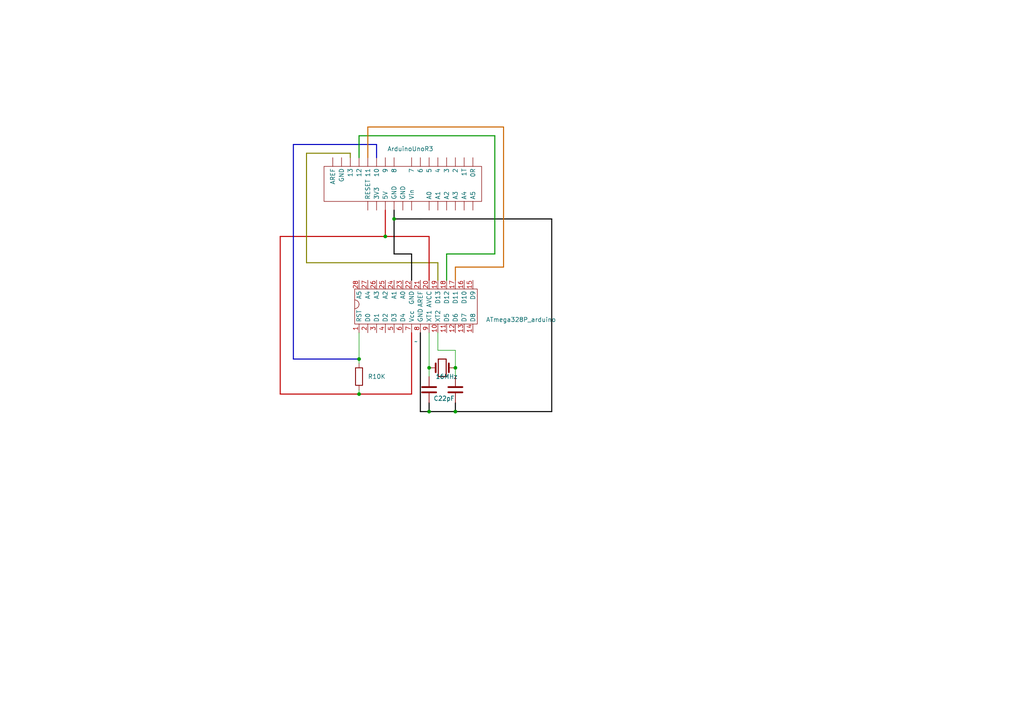
<source format=kicad_sch>
(kicad_sch (version 20230121) (generator eeschema)
  (paper "A4")
  (lib_symbols
    (symbol "Device:C" (pin_numbers hide) (pin_names (offset 0.254))
      (property "Reference" "C" (at 0.635 2.54 0))
      (property "Value" "C" (at 0.635 -2.54 0))
      (symbol "C_0_1"
        (polyline (pts (xy -2.032 -0.762) (xy 2.032 -0.762)) (stroke (width 0.508)))
        (polyline (pts (xy -2.032 0.762) (xy 2.032 0.762)) (stroke (width 0.508)))
      )
      (symbol "C_1_1"
        (pin passive line (at 0 3.81 270) (length 2.794) (name "~") (number "1"))
        (pin passive line (at 0 -3.81 90) (length 2.794) (name "~") (number "2"))
      )
    )
    (symbol "Device:Crystal" (pin_numbers hide) (pin_names (offset 1.016) hide)
      (property "Reference" "Y" (at 0 3.81 0))
      (property "Value" "Crystal" (at 0 -3.81 0))
      (symbol "Crystal_0_1"
        (rectangle (start -1.143 2.54) (end 1.143 -2.54) (stroke (width 0.3048)))
        (polyline (pts (xy -2.54 0) (xy -1.905 0)))
        (polyline (pts (xy -1.905 -1.27) (xy -1.905 1.27)) (stroke (width 0.508)))
        (polyline (pts (xy 1.905 -1.27) (xy 1.905 1.27)) (stroke (width 0.508)))
        (polyline (pts (xy 2.54 0) (xy 1.905 0)))
      )
      (symbol "Crystal_1_1"
        (pin passive line (at -3.81 0 0) (length 1.27) (name "1") (number "1"))
        (pin passive line (at 3.81 0 180) (length 1.27) (name "2") (number "2"))
      )
    )
    (symbol "Device:R" (pin_numbers hide) (pin_names (offset 0))
      (property "Reference" "R" (at 2.032 0 90))
      (property "Value" "R" (at 0 0 90))
      (symbol "R_0_1"
        (rectangle (start -1.016 -2.54) (end 1.016 2.54) (stroke (width 0.254)))
      )
      (symbol "R_1_1"
        (pin passive line (at 0 3.81 270) (length 1.27) (name "~") (number "1"))
        (pin passive line (at 0 -3.81 90) (length 1.27) (name "~") (number "2"))
      )
    )
    (symbol "Ore:ATmega328U_Duino"
      (property "Reference" "ATmega328P_arduino" (at 0 0 0))
      (symbol "ATmega328U_Duino_0_1"
        (arc (start -17.78 9.525) (mid -16.882 9.897) (end -16.51 10.795))
        (rectangle (start -17.78 15.24) (end 17.78 5.08))
        (arc (start -16.51 10.795) (mid -16.882 11.693) (end -17.78 12.065))
      )
      (symbol "ATmega328U_Duino_1_1"
        (pin input line (at -16.51 2.54 90) (length 2.54) (name "RST") (number "1"))
        (pin input line (at 6.35 2.54 90) (length 2.54) (name "XT2") (number "10"))
        (pin output line (at 8.89 2.54 90) (length 2.54) (name "D5") (number "11"))
        (pin output line (at 11.43 2.54 90) (length 2.54) (name "D6") (number "12"))
        (pin output line (at 13.97 2.54 90) (length 2.54) (name "D7") (number "13"))
        (pin output line (at 16.51 2.54 90) (length 2.54) (name "D8") (number "14"))
        (pin output line (at 16.51 17.78 270) (length 2.54) (name "D9") (number "15"))
        (pin output line (at 13.97 17.78 270) (length 2.54) (name "D10") (number "16"))
        (pin unspecified line (at 11.43 17.78 270) (length 2.54) (name "D11") (number "17"))
        (pin unspecified line (at 8.89 17.78 270) (length 2.54) (name "D12") (number "18"))
        (pin unspecified line (at 6.35 17.78 270) (length 2.54) (name "D13") (number "19"))
        (pin output line (at -13.97 2.54 90) (length 2.54) (name "D0") (number "2"))
        (pin unspecified line (at 3.81 17.78 270) (length 2.54) (name "AVCC") (number "20"))
        (pin unspecified line (at 1.27 17.78 270) (length 2.54) (name "AREF") (number "21"))
        (pin unspecified line (at -1.27 17.78 270) (length 2.54) (name "GND") (number "22"))
        (pin unspecified line (at -3.81 17.78 270) (length 2.54) (name "A0") (number "23"))
        (pin unspecified line (at -6.35 17.78 270) (length 2.54) (name "A1") (number "24"))
        (pin unspecified line (at -8.89 17.78 270) (length 2.54) (name "A2") (number "25"))
        (pin unspecified line (at -11.43 17.78 270) (length 2.54) (name "A3") (number "26"))
        (pin unspecified line (at -13.97 17.78 270) (length 2.54) (name "A4") (number "27"))
        (pin unspecified line (at -16.51 17.78 270) (length 2.54) (name "A5") (number "28"))
        (pin output line (at -11.43 2.54 90) (length 2.54) (name "D1") (number "3"))
        (pin output line (at -8.89 2.54 90) (length 2.54) (name "D2") (number "4"))
        (pin output line (at -6.35 2.54 90) (length 2.54) (name "D3") (number "5"))
        (pin output line (at -3.81 2.54 90) (length 2.54) (name "D4") (number "6"))
        (pin power_in line (at -1.27 2.54 90) (length 2.54) (name "Vcc") (number "7"))
        (pin power_out line (at 1.27 2.54 90) (length 2.54) (name "GND") (number "8"))
        (pin input line (at 3.81 2.54 90) (length 2.54) (name "XT1") (number "9"))
      )
    )
    (symbol "Ore:ArduinoUnoR3"
      (property "Reference" "ArduinoUnoR3" (at 0 0 0))
      (symbol "ArduinoUnoR3_0_1"
        (rectangle (start -27.94 15.24) (end 17.78 5.08))
      )
      (symbol "ArduinoUnoR3_1_1"
        (pin unspecified line (at 15.24 17.78 270) (length 2.54) (name "0R") (number ""))
        (pin unspecified line (at -12.7 17.78 270) (length 2.54) (name "10") (number ""))
        (pin unspecified line (at -15.24 17.78 270) (length 2.54) (name "11") (number ""))
        (pin unspecified line (at -17.78 17.78 270) (length 2.54) (name "12") (number ""))
        (pin unspecified line (at -20.32 17.78 270) (length 2.54) (name "13") (number ""))
        (pin unspecified line (at 12.7 17.78 270) (length 2.54) (name "1T") (number ""))
        (pin unspecified line (at 10.16 17.78 270) (length 2.54) (name "2") (number ""))
        (pin unspecified line (at 7.62 17.78 270) (length 2.54) (name "3") (number ""))
        (pin unspecified line (at -12.7 2.54 90) (length 2.54) (name "3V3") (number ""))
        (pin unspecified line (at 5.08 17.78 270) (length 2.54) (name "4") (number ""))
        (pin unspecified line (at 2.54 17.78 270) (length 2.54) (name "5") (number ""))
        (pin unspecified line (at -10.16 2.54 90) (length 2.54) (name "5V") (number ""))
        (pin unspecified line (at 0 17.78 270) (length 2.54) (name "6") (number ""))
        (pin unspecified line (at -2.54 17.78 270) (length 2.54) (name "7") (number ""))
        (pin unspecified line (at -7.62 17.78 270) (length 2.54) (name "8") (number ""))
        (pin unspecified line (at -10.16 17.78 270) (length 2.54) (name "9") (number ""))
        (pin unspecified line (at 2.54 2.54 90) (length 2.54) (name "A0") (number ""))
        (pin unspecified line (at 5.08 2.54 90) (length 2.54) (name "A1") (number ""))
        (pin unspecified line (at 7.62 2.54 90) (length 2.54) (name "A2") (number ""))
        (pin unspecified line (at 10.16 2.54 90) (length 2.54) (name "A3") (number ""))
        (pin unspecified line (at 12.7 2.54 90) (length 2.54) (name "A4") (number ""))
        (pin unspecified line (at 15.24 2.54 90) (length 2.54) (name "A5") (number ""))
        (pin unspecified line (at -25.4 17.78 270) (length 2.54) (name "AREF") (number ""))
        (pin unspecified line (at -22.86 17.78 270) (length 2.54) (name "GND") (number ""))
        (pin unspecified line (at -7.62 2.54 90) (length 2.54) (name "GND") (number ""))
        (pin unspecified line (at -5.08 2.54 90) (length 2.54) (name "GND") (number ""))
        (pin unspecified line (at -15.24 2.54 90) (length 2.54) (name "RESET") (number ""))
        (pin unspecified line (at -2.54 2.54 90) (length 2.54) (name "Vin") (number ""))
      )
    )
  )
  (junction (at 104.14 104.14))
  (junction (at 114.3 63.5))
  (junction (at 132.08 119.38))
  (junction (at 111.76 68.58))
  (junction (at 132.08 106.68))
  (junction (at 124.46 119.38))
  (junction (at 104.14 114.3))
  (junction (at 124.46 106.68))
  (wire (pts (xy 160.02 63.5) (xy 160.02 119.38)) (stroke (width 0.3) (color 0 0 0 1)))
  (wire (pts (xy 88.9 76.2) (xy 127 76.2)) (stroke (width 0.3) (color 132 132 0 1)))
  (wire (pts (xy 109.22 45.72) (xy 109.22 41.91)) (stroke (width 0.3) (color 0 0 194 1)))
  (wire (pts (xy 127 101.6) (xy 127 96.52)))
  (wire (pts (xy 101.6 45.72) (xy 101.6 44.45)) (stroke (width 0.3) (color 132 132 0 1)))
  (wire (pts (xy 132.08 101.6) (xy 132.08 106.68)))
  (wire (pts (xy 101.6 44.45) (xy 88.9 44.45)) (stroke (width 0.3) (color 132 132 0 1)))
  (wire (pts (xy 85.09 104.14) (xy 104.14 104.14)) (stroke (width 0.3) (color 0 0 194 1)))
  (wire (pts (xy 81.28 68.58) (xy 111.76 68.58)) (stroke (width 0.3) (color 194 0 0 1)))
  (wire (pts (xy 127 76.2) (xy 127 81.28)) (stroke (width 0.3) (color 132 132 0 1)))
  (wire (pts (xy 132.08 77.47) (xy 132.08 81.28)) (stroke (width 0.3) (color 204 102 0 1)))
  (wire (pts (xy 119.38 114.3) (xy 119.38 96.52)) (stroke (width 0.3) (color 194 0 0 1)))
  (wire (pts (xy 81.28 114.3) (xy 104.14 114.3)) (stroke (width 0.3) (color 194 0 0 1)))
  (wire (pts (xy 104.14 39.37) (xy 143.51 39.37)) (stroke (width 0.3)))
  (wire (pts (xy 132.08 101.6) (xy 127 101.6)))
  (wire (pts (xy 143.51 39.37) (xy 143.51 73.66)) (stroke (width 0.3)))
  (wire (pts (xy 106.68 36.83) (xy 146.05 36.83)) (stroke (width 0.3) (color 204 102 0 1)))
  (wire (pts (xy 88.9 44.45) (xy 88.9 76.2)) (stroke (width 0.3) (color 132 132 0 1)))
  (wire (pts (xy 132.08 106.68) (xy 132.08 109.22)))
  (wire (pts (xy 146.05 77.47) (xy 132.08 77.47)) (stroke (width 0.3) (color 204 102 0 1)))
  (wire (pts (xy 129.54 73.66) (xy 129.54 81.28)) (stroke (width 0.3)))
  (wire (pts (xy 85.09 41.91) (xy 85.09 104.14)) (stroke (width 0.3) (color 0 0 194 1)))
  (wire (pts (xy 119.38 73.66) (xy 114.3 73.66)) (stroke (width 0.3) (color 0 0 0 1)))
  (wire (pts (xy 114.3 73.66) (xy 114.3 63.5)) (stroke (width 0.3) (color 0 0 0 1)))
  (wire (pts (xy 143.51 73.66) (xy 129.54 73.66)) (stroke (width 0.3)))
  (wire (pts (xy 104.14 45.72) (xy 104.14 39.37)) (stroke (width 0.3)))
  (wire (pts (xy 114.3 63.5) (xy 114.3 60.96)) (stroke (width 0.3) (color 0 0 0 1)))
  (wire (pts (xy 132.08 119.38) (xy 160.02 119.38)) (stroke (width 0.3) (color 0 0 0 1)))
  (wire (pts (xy 109.22 41.91) (xy 85.09 41.91)) (stroke (width 0.3) (color 0 0 194 1)))
  (wire (pts (xy 106.68 45.72) (xy 106.68 36.83)) (stroke (width 0.3) (color 204 102 0 1)))
  (wire (pts (xy 124.46 96.52) (xy 124.46 106.68)))
  (wire (pts (xy 124.46 116.84) (xy 124.46 119.38)) (stroke (width 0.3) (color 0 0 0 1)))
  (wire (pts (xy 104.14 113.03) (xy 104.14 114.3)))
  (wire (pts (xy 146.05 36.83) (xy 146.05 77.47)) (stroke (width 0.3) (color 204 102 0 1)))
  (wire (pts (xy 104.14 104.14) (xy 104.14 105.41)))
  (wire (pts (xy 81.28 68.58) (xy 81.28 114.3)) (stroke (width 0.3) (color 194 0 0 1)))
  (wire (pts (xy 104.14 114.3) (xy 119.38 114.3)) (stroke (width 0.3) (color 194 0 0 1)))
  (wire (pts (xy 124.46 81.28) (xy 124.46 68.58)) (stroke (width 0.3) (color 194 0 0 1)))
  (wire (pts (xy 104.14 96.52) (xy 104.14 104.14)))
  (wire (pts (xy 111.76 68.58) (xy 124.46 68.58)) (stroke (width 0.3) (color 194 0 0 1)))
  (wire (pts (xy 114.3 63.5) (xy 160.02 63.5)) (stroke (width 0.3) (color 0 0 0 1)))
  (wire (pts (xy 124.46 119.38) (xy 132.08 119.38)) (stroke (width 0.3) (color 0 0 0 1)))
  (wire (pts (xy 119.38 81.28) (xy 119.38 73.66)) (stroke (width 0.3) (color 0 0 0 1)))
  (wire (pts (xy 124.46 106.68) (xy 124.46 109.22)))
  (wire (pts (xy 111.76 60.96) (xy 111.76 68.58)) (stroke (width 0.3) (color 194 0 0 1)))
  (wire (pts (xy 121.92 96.52) (xy 121.92 119.38)) (stroke (width 0.3) (color 0 0 0 1)))
  (wire (pts (xy 121.92 119.38) (xy 124.46 119.38)) (stroke (width 0.3) (color 0 0 0 1)))
  (wire (pts (xy 132.08 116.84) (xy 132.08 119.38)) (stroke (width 0.3) (color 0 0 0 1)))
  (symbol (lib_id "Ore:ATmega328U_Duino") (at 120.65 99.06 0) (unit 1)
    (property "Reference" "ATmega328P_arduino" (at 161.29 92.71 0) (effects (justify right)))
    (property "Value" "~" (at 120.65 99.06 0))
  )
  (symbol (lib_id "Device:Crystal") (at 128.27 106.68 0) (unit 1)
    (property "Reference" "Y1" (effects hide))
    (property "Value" "16MHz" (at 129.54 109.22 0))
  )
  (symbol (lib_id "Device:C") (at 132.08 113.03 0) (unit 1)
    (property "Reference" "C22pF" (effects hide))
    (property "Value" "C" (effects hide))
  )
  (symbol (lib_id "Ore:ArduinoUnoR3") (at 121.92 63.5 0) (unit 1)
    (property "Reference" "ArduinoUnoR3" (at 125.73 43.18 0) (effects (justify right)))
    (property "Value" "~" (at 121.92 63.5 0))
  )
  (symbol (lib_id "Device:C") (at 124.46 113.03 0) (unit 1)
    (property "Reference" "C22pF" (at 125.73 115.57 0) (effects (justify left)))
    (property "Value" "C" (effects hide))
  )
  (symbol (lib_id "Device:R") (at 104.14 109.22 0) (unit 1)
    (property "Reference" "R10K" (at 106.68 109.22 0) (effects (justify left)))
    (property "Value" "R" (effects hide))
  )
)
</source>
